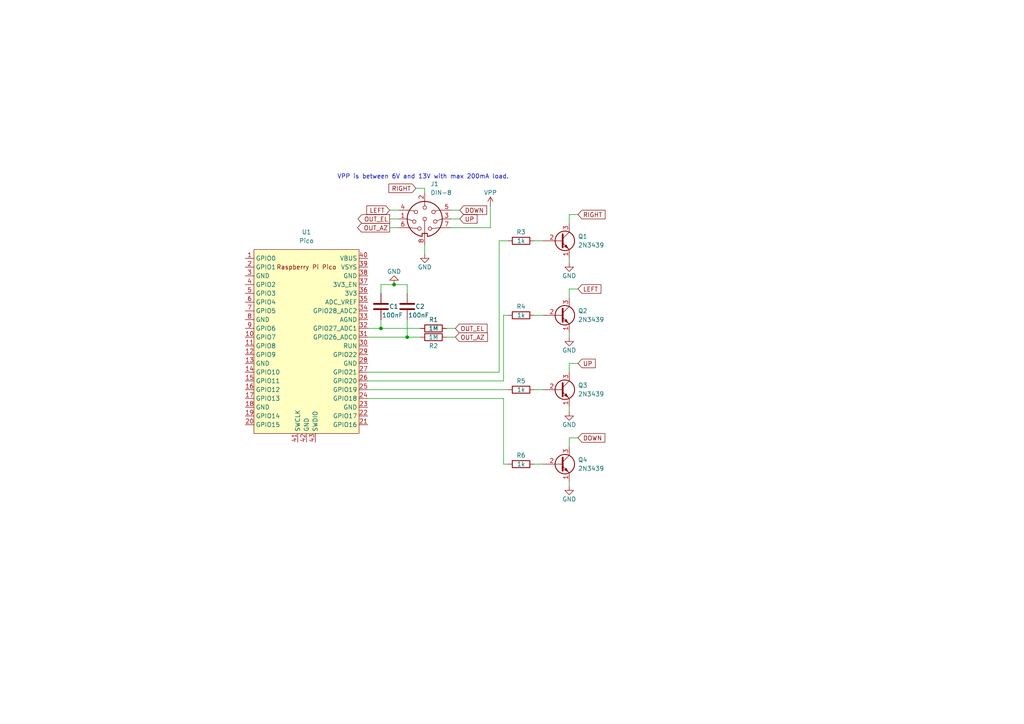
<source format=kicad_sch>
(kicad_sch (version 20211123) (generator eeschema)
  (paper "A4")
  (lib_symbols
    (symbol "Connector:DIN-8" (pin_names (offset 1.016))
      (property "Reference" "J" (at 3.175 5.715 0))
      (property "Value" "DIN-8" (at 2.032 -5.842 0))
      (symbol "DIN-8_0_1"
        (arc (start -5.08 0) (mid -3.8609 -3.3364) (end -0.762 -5.08) (stroke (width 0.254)))
        (circle (center -3.048 -0.762) (radius 0.508))
        (circle (center -2.54 2.032) (radius 0.508))
        (circle (center -1.524 -2.794) (radius 0.508))
        (polyline (pts (xy -5.08 0) (xy -3.556 -0.508)))
        (polyline (pts (xy 0 -0.508) (xy 0 -5.08)))
        (polyline (pts (xy 0 5.08) (xy 0 3.81)))
        (polyline (pts (xy 5.08 0) (xy 3.556 -0.508)))
        (polyline (pts (xy -5.08 -2.54) (xy -4.318 -2.54) (xy -2.032 -2.794)))
        (polyline (pts (xy -5.08 2.54) (xy -4.318 2.54) (xy -3.048 2.286)))
        (polyline (pts (xy 5.08 -2.54) (xy 4.318 -2.54) (xy 2.032 -2.794)))
        (polyline (pts (xy 5.08 2.54) (xy 4.318 2.54) (xy 3.048 2.286)))
        (polyline (pts (xy -0.762 -4.953) (xy -0.762 -4.191) (xy 0.762 -4.191) (xy 0.762 -4.953)) (stroke (width 0.254)))
        (circle (center 0 0) (radius 0.508))
        (circle (center 0 3.302) (radius 0.508))
        (arc (start 0.762 -5.08) (mid 3.8685 -3.343) (end 5.08 0) (stroke (width 0.254)))
        (circle (center 1.524 -2.794) (radius 0.508))
        (circle (center 2.54 2.032) (radius 0.508))
        (circle (center 3.048 -0.762) (radius 0.508))
        (arc (start 5.08 0) (mid 0 5.08) (end -5.08 0) (stroke (width 0.254)))
      )
      (symbol "DIN-8_1_1"
        (pin passive line (at -7.62 0 0) (length 2.54) (name "~") (number "1"))
        (pin passive line (at 0 7.62 270) (length 2.54) (name "~") (number "2"))
        (pin passive line (at 7.62 0 180) (length 2.54) (name "~") (number "3"))
        (pin passive line (at -7.62 2.54 0) (length 2.54) (name "~") (number "4"))
        (pin passive line (at 7.62 2.54 180) (length 2.54) (name "~") (number "5"))
        (pin passive line (at -7.62 -2.54 0) (length 2.54) (name "~") (number "6"))
        (pin passive line (at 7.62 -2.54 180) (length 2.54) (name "~") (number "7"))
        (pin passive line (at 0 -7.62 90) (length 2.54) (name "~") (number "8"))
      )
    )
    (symbol "Device:C" (pin_numbers hide) (pin_names (offset 0.254))
      (property "Reference" "C" (at 0.635 2.54 0))
      (property "Value" "C" (at 0.635 -2.54 0))
      (symbol "C_0_1"
        (polyline (pts (xy -2.032 -0.762) (xy 2.032 -0.762)) (stroke (width 0.508)))
        (polyline (pts (xy -2.032 0.762) (xy 2.032 0.762)) (stroke (width 0.508)))
      )
      (symbol "C_1_1"
        (pin passive line (at 0 3.81 270) (length 2.794) (name "~") (number "1"))
        (pin passive line (at 0 -3.81 90) (length 2.794) (name "~") (number "2"))
      )
    )
    (symbol "Device:R" (pin_numbers hide) (pin_names (offset 0))
      (property "Reference" "R" (at 2.032 0 90))
      (property "Value" "R" (at 0 0 90))
      (symbol "R_0_1"
        (rectangle (start -1.016 -2.54) (end 1.016 2.54) (stroke (width 0.254)))
      )
      (symbol "R_1_1"
        (pin passive line (at 0 3.81 270) (length 1.27) (name "~") (number "1"))
        (pin passive line (at 0 -3.81 90) (length 1.27) (name "~") (number "2"))
      )
    )
    (symbol "RPi:Pico"
      (property "Reference" "U" (at -13.97 27.94 0))
      (property "Value" "Pico" (at 0 19.05 0))
      (symbol "Pico_0_0"
        (text "Raspberry Pi Pico" (at 0 21.59 0) (effects (font (size 1.27 1.27))))
      )
      (symbol "Pico_0_1"
        (rectangle (start -15.24 26.67) (end 15.24 -26.67) (fill (type background)))
      )
      (symbol "Pico_1_1"
        (pin bidirectional line (at -17.78 24.13 0) (length 2.54) (name "GPIO0") (number "1"))
        (pin bidirectional line (at -17.78 1.27 0) (length 2.54) (name "GPIO7") (number "10"))
        (pin bidirectional line (at -17.78 -1.27 0) (length 2.54) (name "GPIO8") (number "11"))
        (pin bidirectional line (at -17.78 -3.81 0) (length 2.54) (name "GPIO9") (number "12"))
        (pin power_in line (at -17.78 -6.35 0) (length 2.54) (name "GND") (number "13"))
        (pin bidirectional line (at -17.78 -8.89 0) (length 2.54) (name "GPIO10") (number "14"))
        (pin bidirectional line (at -17.78 -11.43 0) (length 2.54) (name "GPIO11") (number "15"))
        (pin bidirectional line (at -17.78 -13.97 0) (length 2.54) (name "GPIO12") (number "16"))
        (pin bidirectional line (at -17.78 -16.51 0) (length 2.54) (name "GPIO13") (number "17"))
        (pin power_in line (at -17.78 -19.05 0) (length 2.54) (name "GND") (number "18"))
        (pin bidirectional line (at -17.78 -21.59 0) (length 2.54) (name "GPIO14") (number "19"))
        (pin bidirectional line (at -17.78 21.59 0) (length 2.54) (name "GPIO1") (number "2"))
        (pin bidirectional line (at -17.78 -24.13 0) (length 2.54) (name "GPIO15") (number "20"))
        (pin bidirectional line (at 17.78 -24.13 180) (length 2.54) (name "GPIO16") (number "21"))
        (pin bidirectional line (at 17.78 -21.59 180) (length 2.54) (name "GPIO17") (number "22"))
        (pin power_in line (at 17.78 -19.05 180) (length 2.54) (name "GND") (number "23"))
        (pin bidirectional line (at 17.78 -16.51 180) (length 2.54) (name "GPIO18") (number "24"))
        (pin bidirectional line (at 17.78 -13.97 180) (length 2.54) (name "GPIO19") (number "25"))
        (pin bidirectional line (at 17.78 -11.43 180) (length 2.54) (name "GPIO20") (number "26"))
        (pin bidirectional line (at 17.78 -8.89 180) (length 2.54) (name "GPIO21") (number "27"))
        (pin power_in line (at 17.78 -6.35 180) (length 2.54) (name "GND") (number "28"))
        (pin bidirectional line (at 17.78 -3.81 180) (length 2.54) (name "GPIO22") (number "29"))
        (pin power_in line (at -17.78 19.05 0) (length 2.54) (name "GND") (number "3"))
        (pin input line (at 17.78 -1.27 180) (length 2.54) (name "RUN") (number "30"))
        (pin bidirectional line (at 17.78 1.27 180) (length 2.54) (name "GPIO26_ADC0") (number "31"))
        (pin bidirectional line (at 17.78 3.81 180) (length 2.54) (name "GPIO27_ADC1") (number "32"))
        (pin power_in line (at 17.78 6.35 180) (length 2.54) (name "AGND") (number "33"))
        (pin bidirectional line (at 17.78 8.89 180) (length 2.54) (name "GPIO28_ADC2") (number "34"))
        (pin power_in line (at 17.78 11.43 180) (length 2.54) (name "ADC_VREF") (number "35"))
        (pin power_in line (at 17.78 13.97 180) (length 2.54) (name "3V3") (number "36"))
        (pin input line (at 17.78 16.51 180) (length 2.54) (name "3V3_EN") (number "37"))
        (pin bidirectional line (at 17.78 19.05 180) (length 2.54) (name "GND") (number "38"))
        (pin power_in line (at 17.78 21.59 180) (length 2.54) (name "VSYS") (number "39"))
        (pin bidirectional line (at -17.78 16.51 0) (length 2.54) (name "GPIO2") (number "4"))
        (pin power_in line (at 17.78 24.13 180) (length 2.54) (name "VBUS") (number "40"))
        (pin input line (at -2.54 -29.21 90) (length 2.54) (name "SWCLK") (number "41"))
        (pin power_in line (at 0 -29.21 90) (length 2.54) (name "GND") (number "42"))
        (pin bidirectional line (at 2.54 -29.21 90) (length 2.54) (name "SWDIO") (number "43"))
        (pin bidirectional line (at -17.78 13.97 0) (length 2.54) (name "GPIO3") (number "5"))
        (pin bidirectional line (at -17.78 11.43 0) (length 2.54) (name "GPIO4") (number "6"))
        (pin bidirectional line (at -17.78 8.89 0) (length 2.54) (name "GPIO5") (number "7"))
        (pin power_in line (at -17.78 6.35 0) (length 2.54) (name "GND") (number "8"))
        (pin bidirectional line (at -17.78 3.81 0) (length 2.54) (name "GPIO6") (number "9"))
      )
    )
    (symbol "Transistor_BJT:PN2222A" (pin_names (offset 0) hide)
      (property "Reference" "Q" (at 5.08 1.905 0))
      (property "Value" "PN2222A" (at 5.08 0 0))
      (symbol "PN2222A_0_1"
        (polyline (pts (xy 0 0) (xy 0.635 0)))
        (polyline (pts (xy 2.54 -2.54) (xy 0.635 -0.635)))
        (polyline (pts (xy 2.54 2.54) (xy 0.635 0.635)))
        (polyline (pts (xy 0.635 1.905) (xy 0.635 -1.905) (xy 0.635 -1.905)) (stroke (width 0.508)))
        (polyline (pts (xy 2.413 -2.413) (xy 1.905 -1.905) (xy 1.905 -1.905)))
        (polyline (pts (xy 1.143 -1.651) (xy 1.651 -1.143) (xy 2.159 -2.159) (xy 1.143 -1.651) (xy 1.143 -1.651)) (fill (type outline)))
        (circle (center 1.27 0) (radius 2.8194) (stroke (width 0.254)))
      )
      (symbol "PN2222A_1_1"
        (pin passive line (at 2.54 -5.08 90) (length 2.54) (name "E") (number "1"))
        (pin input line (at -5.08 0 0) (length 5.08) (name "B") (number "2"))
        (pin passive line (at 2.54 5.08 270) (length 2.54) (name "C") (number "3"))
      )
    )
    (symbol "power:GND" (power) (pin_names (offset 0))
      (property "Value" "GND" (at 0 -3.81 0))
      (symbol "GND_0_1"
        (polyline (pts (xy 0 0) (xy 0 -1.27) (xy 1.27 -1.27) (xy 0 -2.54) (xy -1.27 -1.27) (xy 0 -1.27)))
      )
      (symbol "GND_1_1"
        (pin power_in line (at 0 0 270) (length 0) hide (name "GND") (number "1"))
      )
    )
    (symbol "power:VPP" (power) (pin_names (offset 0))
      (property "Value" "VPP" (at 0 3.81 0))
      (symbol "VPP_0_1"
        (polyline (pts (xy -0.762 1.27) (xy 0 2.54)))
        (polyline (pts (xy 0 0) (xy 0 2.54)))
        (polyline (pts (xy 0 2.54) (xy 0.762 1.27)))
      )
      (symbol "VPP_1_1"
        (pin power_in line (at 0 0 90) (length 0) hide (name "VPP") (number "1"))
      )
    )
  )
  (junction (at 110.49 95.25))
  (junction (at 114.3 82.55))
  (junction (at 118.11 97.79))
  (wire (pts (xy 106.68 113.03) (xy 147.32 113.03)))
  (wire (pts (xy 167.64 105.41) (xy 165.1 105.41)))
  (wire (pts (xy 123.19 71.12) (xy 123.19 73.66)))
  (wire (pts (xy 165.1 127) (xy 165.1 129.54)))
  (wire (pts (xy 113.03 60.96) (xy 115.57 60.96)))
  (wire (pts (xy 142.24 66.04) (xy 130.81 66.04)))
  (wire (pts (xy 106.68 97.79) (xy 118.11 97.79)))
  (wire (pts (xy 118.11 97.79) (xy 121.92 97.79)))
  (wire (pts (xy 106.68 115.57) (xy 146.05 115.57)))
  (wire (pts (xy 157.48 69.85) (xy 154.94 69.85)))
  (wire (pts (xy 144.78 107.95) (xy 144.78 69.85)))
  (wire (pts (xy 157.48 113.03) (xy 154.94 113.03)))
  (wire (pts (xy 110.49 82.55) (xy 114.3 82.55)))
  (wire (pts (xy 110.49 95.25) (xy 121.92 95.25)))
  (wire (pts (xy 118.11 82.55) (xy 114.3 82.55)))
  (wire (pts (xy 146.05 134.62) (xy 147.32 134.62)))
  (wire (pts (xy 165.1 62.23) (xy 165.1 64.77)))
  (wire (pts (xy 110.49 95.25) (xy 110.49 92.71)))
  (wire (pts (xy 129.54 95.25) (xy 132.08 95.25)))
  (wire (pts (xy 146.05 91.44) (xy 147.32 91.44)))
  (wire (pts (xy 130.81 60.96) (xy 133.35 60.96)))
  (wire (pts (xy 165.1 139.7) (xy 165.1 140.97)))
  (wire (pts (xy 106.68 107.95) (xy 144.78 107.95)))
  (wire (pts (xy 106.68 110.49) (xy 146.05 110.49)))
  (wire (pts (xy 129.54 97.79) (xy 132.08 97.79)))
  (wire (pts (xy 113.03 66.04) (xy 115.57 66.04)))
  (wire (pts (xy 146.05 115.57) (xy 146.05 134.62)))
  (wire (pts (xy 165.1 118.11) (xy 165.1 119.38)))
  (wire (pts (xy 165.1 96.52) (xy 165.1 97.79)))
  (wire (pts (xy 106.68 95.25) (xy 110.49 95.25)))
  (wire (pts (xy 120.65 54.61) (xy 123.19 54.61)))
  (wire (pts (xy 118.11 97.79) (xy 118.11 92.71)))
  (wire (pts (xy 167.64 62.23) (xy 165.1 62.23)))
  (wire (pts (xy 142.24 59.69) (xy 142.24 66.04)))
  (wire (pts (xy 113.03 63.5) (xy 115.57 63.5)))
  (wire (pts (xy 157.48 134.62) (xy 154.94 134.62)))
  (wire (pts (xy 118.11 85.09) (xy 118.11 82.55)))
  (wire (pts (xy 146.05 110.49) (xy 146.05 91.44)))
  (wire (pts (xy 165.1 105.41) (xy 165.1 107.95)))
  (wire (pts (xy 130.81 63.5) (xy 133.35 63.5)))
  (wire (pts (xy 157.48 91.44) (xy 154.94 91.44)))
  (wire (pts (xy 167.64 127) (xy 165.1 127)))
  (wire (pts (xy 144.78 69.85) (xy 147.32 69.85)))
  (wire (pts (xy 165.1 74.93) (xy 165.1 76.2)))
  (wire (pts (xy 165.1 83.82) (xy 165.1 86.36)))
  (wire (pts (xy 110.49 85.09) (xy 110.49 82.55)))
  (wire (pts (xy 167.64 83.82) (xy 165.1 83.82)))
  (wire (pts (xy 123.19 54.61) (xy 123.19 55.88)))
  (text "VPP is between 6V and 13V with max 200mA load." (at 97.79 52.07 0) (effects (font (size 1.27 1.27)) (justify left bottom)))
  (global_label "OUT_AZ" (shape input) (at 132.08 97.79 0) (property "Intersheet References" "${INTERSHEET_REFS}" (effects hide)))
  (global_label "DOWN" (shape input) (at 133.35 60.96 0) (property "Intersheet References" "${INTERSHEET_REFS}" (effects hide)))
  (global_label "OUT_AZ" (shape output) (at 113.03 66.04 180) (property "Intersheet References" "${INTERSHEET_REFS}" (effects hide)))
  (global_label "LEFT" (shape input) (at 167.64 83.82 0) (property "Intersheet References" "${INTERSHEET_REFS}" (effects hide)))
  (global_label "RIGHT" (shape input) (at 167.64 62.23 0) (property "Intersheet References" "${INTERSHEET_REFS}" (effects hide)))
  (global_label "OUT_EL" (shape output) (at 113.03 63.5 180) (property "Intersheet References" "${INTERSHEET_REFS}" (effects hide)))
  (global_label "DOWN" (shape input) (at 167.64 127 0) (property "Intersheet References" "${INTERSHEET_REFS}" (effects hide)))
  (global_label "OUT_EL" (shape input) (at 132.08 95.25 0) (property "Intersheet References" "${INTERSHEET_REFS}" (effects hide)))
  (global_label "LEFT" (shape input) (at 113.03 60.96 180) (property "Intersheet References" "${INTERSHEET_REFS}" (effects hide)))
  (global_label "UP" (shape input) (at 133.35 63.5 0) (property "Intersheet References" "${INTERSHEET_REFS}" (effects hide)))
  (global_label "RIGHT" (shape input) (at 120.65 54.61 180) (property "Intersheet References" "${INTERSHEET_REFS}" (effects hide)))
  (global_label "UP" (shape input) (at 167.64 105.41 0) (property "Intersheet References" "${INTERSHEET_REFS}" (effects hide)))
  (symbol (lib_id "Transistor_BJT:PN2222A") (at 162.56 113.03 0) (unit 1)
    (property "Reference" "Q3" (at 167.64 111.7599 0) (effects (justify left)))
    (property "Value" "2N3439" (at 167.64 114.2999 0) (effects (justify left)))
    (property "Footprint" "Package_TO_SOT_THT:TO-92_Inline" (effects hide))
    (property "Datasheet" "https://www.onsemi.com/pub/Collateral/PN2222-D.PDF" (effects hide))
  )
  (symbol (lib_id "power:GND") (at 123.19 73.66 0) (unit 1)
    (property "Reference" "#PWR02" (effects hide))
    (property "Value" "GND" (at 123.19 77.47 0))
  )
  (symbol (lib_id "Transistor_BJT:PN2222A") (at 162.56 69.85 0) (unit 1)
    (property "Reference" "Q1" (at 167.64 68.5799 0) (effects (justify left)))
    (property "Value" "2N3439" (at 167.64 71.1199 0) (effects (justify left)))
    (property "Footprint" "Package_TO_SOT_THT:TO-92_Inline" (effects hide))
    (property "Datasheet" "https://www.onsemi.com/pub/Collateral/PN2222-D.PDF" (effects hide))
  )
  (symbol (lib_id "Device:C") (at 110.49 88.9 180) (unit 1)
    (property "Reference" "C1" (at 115.57 88.9 0) (effects (justify left)))
    (property "Value" "100nF" (at 116.84 91.44 0) (effects (justify left)))
  )
  (symbol (lib_id "Device:R") (at 125.73 97.79 90) (unit 1)
    (property "Reference" "R2" (at 125.73 100.33 90))
    (property "Value" "1M" (at 125.73 97.79 90))
  )
  (symbol (lib_id "Device:R") (at 151.13 134.62 270) (mirror x) (unit 1)
    (property "Reference" "R6" (at 151.13 132.08 90))
    (property "Value" "1k" (at 151.13 134.62 90))
  )
  (symbol (lib_id "Transistor_BJT:PN2222A") (at 162.56 91.44 0) (unit 1)
    (property "Reference" "Q2" (at 167.64 90.1699 0) (effects (justify left)))
    (property "Value" "2N3439" (at 167.64 92.7099 0) (effects (justify left)))
    (property "Footprint" "Package_TO_SOT_THT:TO-92_Inline" (effects hide))
    (property "Datasheet" "https://www.onsemi.com/pub/Collateral/PN2222-D.PDF" (effects hide))
  )
  (symbol (lib_id "Device:R") (at 151.13 113.03 270) (mirror x) (unit 1)
    (property "Reference" "R5" (at 151.13 110.49 90))
    (property "Value" "1k" (at 151.13 113.03 90))
  )
  (symbol (lib_id "Device:R") (at 151.13 69.85 270) (mirror x) (unit 1)
    (property "Reference" "R3" (at 151.13 67.31 90))
    (property "Value" "1k" (at 151.13 69.85 90))
  )
  (symbol (lib_id "Device:C") (at 118.11 88.9 180) (unit 1)
    (property "Reference" "C2" (at 123.19 88.9 0) (effects (justify left)))
    (property "Value" "100nF" (at 124.46 91.44 0) (effects (justify left)))
  )
  (symbol (lib_id "power:GND") (at 165.1 97.79 0) (mirror y) (unit 1)
    (property "Reference" "#PWR05" (effects hide))
    (property "Value" "GND" (at 165.1 101.6 0))
  )
  (symbol (lib_id "Connector:DIN-8") (at 123.19 63.5 0) (unit 1)
    (property "Reference" "J1" (at 124.8411 53.34 0) (effects (justify left)))
    (property "Value" "DIN-8" (at 124.8411 55.88 0) (effects (justify left)))
    (property "Datasheet" "http://www.mouser.com/ds/2/18/40_c091_abd_e-75918.pdf" (effects hide))
  )
  (symbol (lib_id "RPi:Pico") (at 88.9 99.06 0) (unit 1)
    (property "Reference" "U1" (at 88.9 67.31 0))
    (property "Value" "Pico" (at 88.9 69.85 0))
    (property "Footprint" "RPi_Pico:RPi_Pico_SMD_TH" (effects hide))
  )
  (symbol (lib_id "Device:R") (at 125.73 95.25 90) (unit 1)
    (property "Reference" "R1" (at 125.73 92.71 90))
    (property "Value" "1M" (at 125.73 95.25 90))
  )
  (symbol (lib_id "power:GND") (at 165.1 119.38 0) (mirror y) (unit 1)
    (property "Reference" "#PWR06" (effects hide))
    (property "Value" "GND" (at 165.1 123.19 0))
  )
  (symbol (lib_id "power:GND") (at 165.1 76.2 0) (mirror y) (unit 1)
    (property "Reference" "#PWR04" (effects hide))
    (property "Value" "GND" (at 165.1 80.01 0))
  )
  (symbol (lib_id "Device:R") (at 151.13 91.44 270) (mirror x) (unit 1)
    (property "Reference" "R4" (at 151.13 88.9 90))
    (property "Value" "1k" (at 151.13 91.44 90))
  )
  (symbol (lib_id "Transistor_BJT:PN2222A") (at 162.56 134.62 0) (unit 1)
    (property "Reference" "Q4" (at 167.64 133.3499 0) (effects (justify left)))
    (property "Value" "2N3439" (at 167.64 135.8899 0) (effects (justify left)))
    (property "Footprint" "Package_TO_SOT_THT:TO-92_Inline" (effects hide))
    (property "Datasheet" "https://www.onsemi.com/pub/Collateral/PN2222-D.PDF" (effects hide))
  )
  (symbol (lib_id "power:GND") (at 165.1 140.97 0) (mirror y) (unit 1)
    (property "Reference" "#PWR07" (effects hide))
    (property "Value" "GND" (at 165.1 144.78 0))
  )
  (symbol (lib_id "power:GND") (at 114.3 82.55 180) (unit 1)
    (property "Reference" "#PWR01" (effects hide))
    (property "Value" "GND" (at 114.3 78.74 0))
  )
  (symbol (lib_id "power:VPP") (at 142.24 59.69 0) (unit 1)
    (property "Reference" "#PWR03" (effects hide))
    (property "Value" "VPP" (at 142.24 55.88 0))
  )
)
</source>
